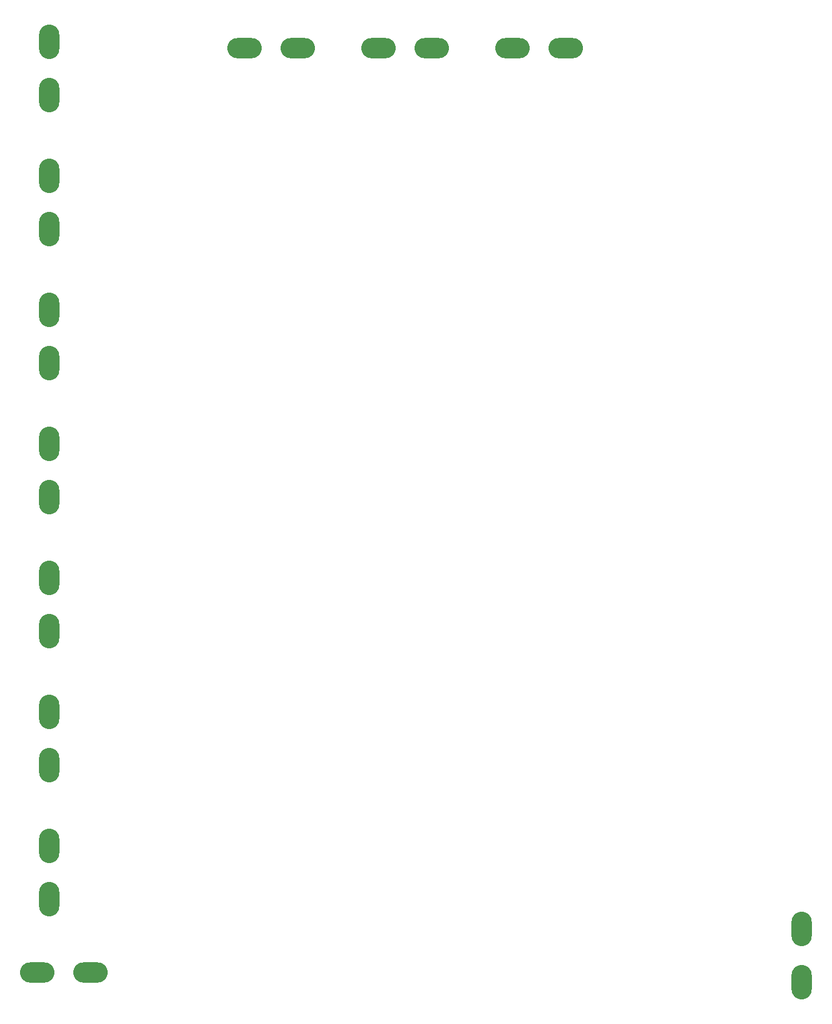
<source format=gbp>
G04 #@! TF.GenerationSoftware,KiCad,Pcbnew,7.0.7*
G04 #@! TF.CreationDate,2024-04-12T20:37:06-05:00*
G04 #@! TF.ProjectId,Armboard_Hardware,41726d62-6f61-4726-945f-486172647761,rev?*
G04 #@! TF.SameCoordinates,Original*
G04 #@! TF.FileFunction,Paste,Bot*
G04 #@! TF.FilePolarity,Positive*
%FSLAX46Y46*%
G04 Gerber Fmt 4.6, Leading zero omitted, Abs format (unit mm)*
G04 Created by KiCad (PCBNEW 7.0.7) date 2024-04-12 20:37:06*
%MOMM*%
%LPD*%
G01*
G04 APERTURE LIST*
%ADD10O,3.000000X5.100000*%
%ADD11O,5.100000X3.000000*%
G04 APERTURE END LIST*
D10*
X39559200Y-46482000D03*
X39559200Y-38608000D03*
D11*
X108034000Y-39559200D03*
X115908000Y-39559200D03*
X45593000Y-176213800D03*
X37719000Y-176213800D03*
X88222000Y-39559200D03*
X96096000Y-39559200D03*
D10*
X39559200Y-66294000D03*
X39559200Y-58420000D03*
X39559200Y-125730000D03*
X39559200Y-117856000D03*
X39559200Y-165397000D03*
X39559200Y-157523000D03*
X39559200Y-105918000D03*
X39559200Y-98044000D03*
X39559200Y-86106000D03*
X39559200Y-78232000D03*
D11*
X68410000Y-39559200D03*
X76284000Y-39559200D03*
D10*
X39559200Y-145542000D03*
X39559200Y-137668000D03*
X150813800Y-169799000D03*
X150813800Y-177673000D03*
M02*

</source>
